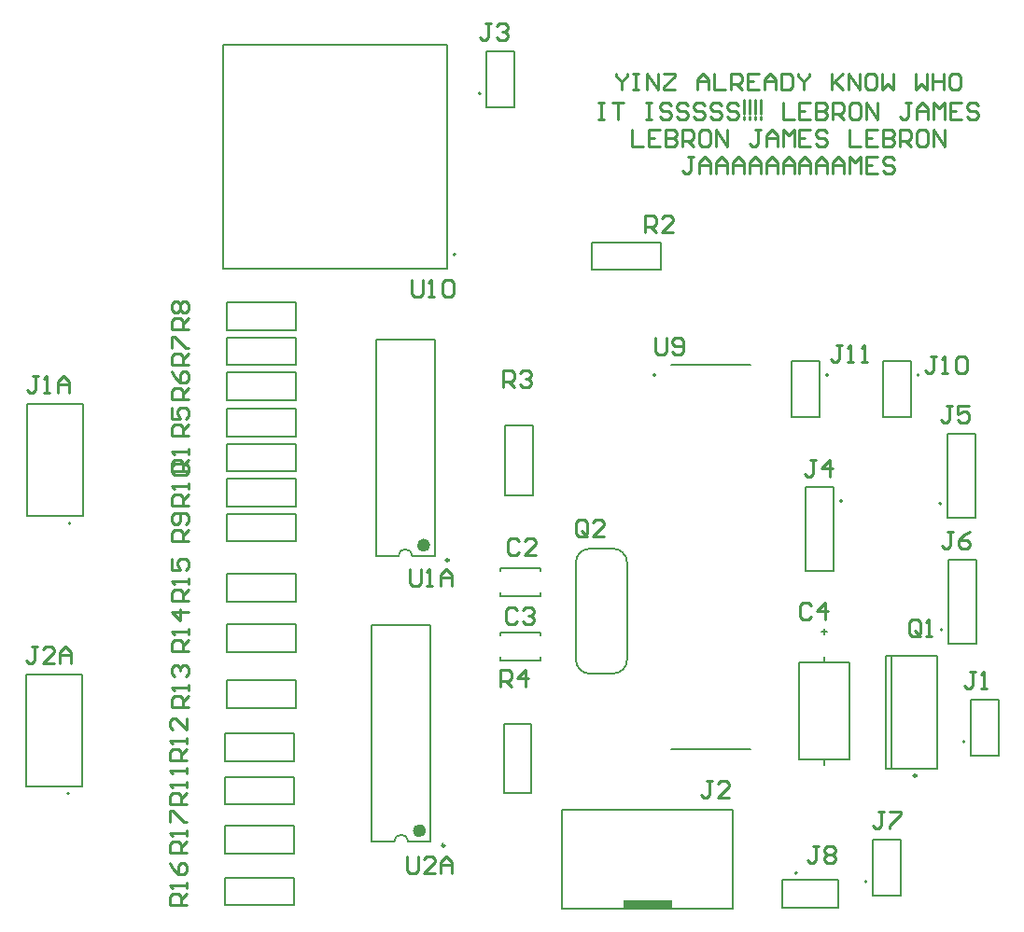
<source format=gto>
G04*
G04 #@! TF.GenerationSoftware,Altium Limited,Altium Designer,25.4.2 (15)*
G04*
G04 Layer_Color=65535*
%FSLAX44Y44*%
%MOMM*%
G71*
G04*
G04 #@! TF.SameCoordinates,34CE3D42-887F-4740-A316-F92B37524FB1*
G04*
G04*
G04 #@! TF.FilePolarity,Positive*
G04*
G01*
G75*
%ADD10C,0.2000*%
%ADD11C,0.2500*%
%ADD12C,0.6000*%
%ADD13C,0.1270*%
%ADD14C,0.2540*%
%ADD15R,4.5000X0.8000*%
D10*
X-94250Y125580D02*
G03*
X-94250Y125580I-1000J0D01*
G01*
X217170Y340920D02*
G03*
X204470Y340920I-6350J0D01*
G01*
X213360Y81840D02*
G03*
X200660Y81840I-6350J0D01*
G01*
X606940Y391160D02*
G03*
X606940Y391160I-1000J0D01*
G01*
X594240Y505460D02*
G03*
X594240Y505460I-1000J0D01*
G01*
X676790D02*
G03*
X676790Y505460I-1000J0D01*
G01*
X698080Y274320D02*
G03*
X698080Y274320I-1000J0D01*
G01*
X696810Y388620D02*
G03*
X696810Y388620I-1000J0D01*
G01*
X256320Y614680D02*
G03*
X256320Y614680I-1000J0D01*
G01*
X278980Y760730D02*
G03*
X278980Y760730I-1000J0D01*
G01*
X566150Y53490D02*
G03*
X566150Y53490I-1000J0D01*
G01*
X629500Y45720D02*
G03*
X629500Y45720I-1000J0D01*
G01*
X718400Y172720D02*
G03*
X718400Y172720I-1000J0D01*
G01*
X-92980Y370690D02*
G03*
X-92980Y370690I-1000J0D01*
G01*
X437680Y505460D02*
G03*
X437680Y505460I-1000J0D01*
G01*
X111510Y418030D02*
Y443030D01*
X48510D02*
X111510D01*
X48510Y418030D02*
Y443030D01*
Y418030D02*
X111510D01*
Y449780D02*
Y474780D01*
X48510D02*
X111510D01*
X48510Y449780D02*
Y474780D01*
Y449780D02*
X111510D01*
Y482800D02*
Y507800D01*
X48510D02*
X111510D01*
X48510Y482800D02*
Y507800D01*
Y482800D02*
X111510D01*
Y514550D02*
Y539550D01*
X48510D02*
X111510D01*
X48510Y514550D02*
Y539550D01*
Y514550D02*
X111510D01*
Y546300D02*
Y571300D01*
X48510D02*
X111510D01*
X48510Y546300D02*
Y571300D01*
Y546300D02*
X111510D01*
Y354530D02*
Y379530D01*
X48510D02*
X111510D01*
X48510Y354530D02*
Y379530D01*
Y354530D02*
X111510D01*
Y386280D02*
Y411280D01*
X48510D02*
X111510D01*
X48510Y386280D02*
Y411280D01*
Y386280D02*
X111510D01*
X110240Y115770D02*
Y140770D01*
X47240D02*
X110240D01*
X47240Y115770D02*
Y140770D01*
Y115770D02*
X110240D01*
Y155140D02*
Y180140D01*
X47240D02*
X110240D01*
X47240Y155140D02*
Y180140D01*
Y155140D02*
X110240D01*
X111510Y203400D02*
Y228400D01*
X48510D02*
X111510D01*
X48510Y203400D02*
Y228400D01*
Y203400D02*
X111510D01*
Y254200D02*
Y279200D01*
X48510D02*
X111510D01*
X48510Y254200D02*
Y279200D01*
Y254200D02*
X111510D01*
Y299920D02*
Y324920D01*
X48510D02*
X111510D01*
X48510Y299920D02*
Y324920D01*
Y299920D02*
X111510D01*
X110240Y24330D02*
Y49330D01*
X47240D02*
X110240D01*
X47240Y24330D02*
Y49330D01*
Y24330D02*
X110240D01*
Y71320D02*
Y96320D01*
X47240D02*
X110240D01*
X47240Y71320D02*
Y96320D01*
Y71320D02*
X110240D01*
X-82550Y132080D02*
Y233680D01*
X-133350Y132080D02*
Y233680D01*
X-82550D01*
X-133350Y132080D02*
X-82550D01*
X237320Y340920D02*
Y537920D01*
X184320Y340920D02*
Y537920D01*
X217170Y340920D02*
X237320D01*
X184320D02*
X204470D01*
X184320Y537920D02*
X237320D01*
X233510Y81840D02*
Y278840D01*
X180510Y81840D02*
Y278840D01*
X213360Y81840D02*
X233510D01*
X180510D02*
X200660D01*
X180510Y278840D02*
X233510D01*
X599440Y327915D02*
Y403605D01*
X574040Y327915D02*
Y403605D01*
Y327915D02*
X599440D01*
X574040Y403605D02*
X599440D01*
X586740Y467360D02*
Y518160D01*
X561340Y467360D02*
Y518160D01*
Y467360D02*
X586740D01*
X561340Y518160D02*
X586740D01*
X669290Y467360D02*
Y518160D01*
X643890Y467360D02*
Y518160D01*
Y467360D02*
X669290D01*
X643890Y518160D02*
X669290D01*
X299920Y125980D02*
X324920D01*
Y188980D01*
X299920D02*
X324920D01*
X299920Y125980D02*
Y188980D01*
X301190Y396490D02*
X326190D01*
Y459490D01*
X301190D02*
X326190D01*
X301190Y396490D02*
Y459490D01*
X379980Y600910D02*
Y625910D01*
Y600910D02*
X442980D01*
Y625910D01*
X379980D02*
X442980D01*
X703580Y261875D02*
Y337565D01*
X728980Y261875D02*
Y337565D01*
X703580D02*
X728980D01*
X703580Y261875D02*
X728980D01*
X702310Y376175D02*
Y451865D01*
X727710Y376175D02*
Y451865D01*
X702310D02*
X727710D01*
X702310Y376175D02*
X727710D01*
X284480Y748030D02*
Y798830D01*
X309880Y748030D02*
Y798830D01*
X284480D02*
X309880D01*
X284480Y748030D02*
X309880D01*
X353130Y21040D02*
Y111040D01*
Y21040D02*
X507930D01*
X353130Y111040D02*
X507930D01*
Y21040D02*
Y111040D01*
X552450Y46990D02*
X603250D01*
X552450Y21590D02*
X603250D01*
Y46990D01*
X552450Y21590D02*
Y46990D01*
X635000Y33020D02*
Y83820D01*
X660400Y33020D02*
Y83820D01*
X635000D02*
X660400D01*
X635000Y33020D02*
X660400D01*
X723900Y160020D02*
Y210820D01*
X749300Y160020D02*
Y210820D01*
X723900D02*
X749300D01*
X723900Y160020D02*
X749300D01*
X651500Y148390D02*
Y250390D01*
X646500Y148390D02*
Y250390D01*
X693500Y148390D02*
Y250390D01*
X646500D02*
X693500D01*
X646500Y148390D02*
X693500D01*
X588050Y272160D02*
X593050D01*
X590550Y269660D02*
Y274660D01*
Y244460D02*
Y249560D01*
Y151760D02*
Y156860D01*
X567700D02*
X613400D01*
Y244460D01*
X567700D02*
X613400D01*
X567700Y156860D02*
Y244460D01*
X-132080Y377190D02*
X-81280D01*
X-132080Y478790D02*
X-81280D01*
X-132080Y377190D02*
Y478790D01*
X-81280Y377190D02*
Y478790D01*
X333160Y305000D02*
Y307750D01*
Y327250D02*
Y330000D01*
X297160D02*
X333160D01*
X297160Y305000D02*
Y307750D01*
Y327250D02*
Y330000D01*
Y305000D02*
X333160D01*
Y246580D02*
Y249330D01*
Y268830D02*
Y271580D01*
X297160D02*
X333160D01*
X297160Y246580D02*
Y249330D01*
Y268830D02*
Y271580D01*
Y246580D02*
X333160D01*
D11*
X250170Y337520D02*
G03*
X250170Y337520I-1250J0D01*
G01*
X246360Y78440D02*
G03*
X246360Y78440I-1250J0D01*
G01*
X674350Y141890D02*
G03*
X674350Y141890I-1250J0D01*
G01*
D12*
X230320Y350920D02*
G03*
X230320Y350920I-3000J0D01*
G01*
X226510Y91840D02*
G03*
X226510Y91840I-3000J0D01*
G01*
D13*
X411920Y335126D02*
G03*
X398744Y347850I-12950J-226D01*
G01*
Y234350D02*
G03*
X411920Y247074I226J12950D01*
G01*
X365320D02*
G03*
X378496Y234350I12950J226D01*
G01*
Y347850D02*
G03*
X365320Y335126I-226J-12950D01*
G01*
X248920Y601980D02*
Y805180D01*
X45720Y601980D02*
X248920D01*
X45720D02*
Y805180D01*
X248920D01*
X451485Y514910D02*
X523875D01*
X451485Y165810D02*
X523875D01*
X378520Y347850D02*
X398720D01*
X411920Y247050D02*
Y335150D01*
X378520Y234350D02*
X398720D01*
X365320Y247050D02*
Y335150D01*
D14*
X401974Y779249D02*
Y776709D01*
X407053Y771631D01*
X412131Y776709D01*
Y779249D01*
X407053Y771631D02*
Y764013D01*
X417209Y779249D02*
X422288D01*
X419749D01*
Y764013D01*
X417209D01*
X422288D01*
X429905D02*
Y779249D01*
X440062Y764013D01*
Y779249D01*
X445140D02*
X455297D01*
Y776709D01*
X445140Y766553D01*
Y764013D01*
X455297D01*
X475611D02*
Y774170D01*
X480689Y779249D01*
X485767Y774170D01*
Y764013D01*
Y771631D01*
X475611D01*
X490846Y779249D02*
Y764013D01*
X501002D01*
X506081D02*
Y779249D01*
X513698D01*
X516237Y776709D01*
Y771631D01*
X513698Y769092D01*
X506081D01*
X511159D02*
X516237Y764013D01*
X531472Y779249D02*
X521316D01*
Y764013D01*
X531472D01*
X521316Y771631D02*
X526394D01*
X536551Y764013D02*
Y774170D01*
X541629Y779249D01*
X546707Y774170D01*
Y764013D01*
Y771631D01*
X536551D01*
X551786Y779249D02*
Y764013D01*
X559403D01*
X561943Y766553D01*
Y776709D01*
X559403Y779249D01*
X551786D01*
X567021D02*
Y776709D01*
X572099Y771631D01*
X577178Y776709D01*
Y779249D01*
X572099Y771631D02*
Y764013D01*
X597491Y779249D02*
Y764013D01*
Y769092D01*
X607648Y779249D01*
X600030Y771631D01*
X607648Y764013D01*
X612726D02*
Y779249D01*
X622883Y764013D01*
Y779249D01*
X635579D02*
X630500D01*
X627961Y776709D01*
Y766553D01*
X630500Y764013D01*
X635579D01*
X638118Y766553D01*
Y776709D01*
X635579Y779249D01*
X643196D02*
Y764013D01*
X648275Y769092D01*
X653353Y764013D01*
Y779249D01*
X673666D02*
Y764013D01*
X678745Y769092D01*
X683823Y764013D01*
Y779249D01*
X688902D02*
Y764013D01*
Y771631D01*
X699058D01*
Y779249D01*
Y764013D01*
X711754Y779249D02*
X706676D01*
X704137Y776709D01*
Y766553D01*
X706676Y764013D01*
X711754D01*
X714293Y766553D01*
Y776709D01*
X711754Y779249D01*
X385470Y752331D02*
X390548D01*
X388009D01*
Y737096D01*
X385470D01*
X390548D01*
X398166Y752331D02*
X408322D01*
X403244D01*
Y737096D01*
X428636Y752331D02*
X433714D01*
X431175D01*
Y737096D01*
X428636D01*
X433714D01*
X451488Y749792D02*
X448949Y752331D01*
X443871D01*
X441332Y749792D01*
Y747253D01*
X443871Y744714D01*
X448949D01*
X451488Y742175D01*
Y739635D01*
X448949Y737096D01*
X443871D01*
X441332Y739635D01*
X466723Y749792D02*
X464184Y752331D01*
X459106D01*
X456567Y749792D01*
Y747253D01*
X459106Y744714D01*
X464184D01*
X466723Y742175D01*
Y739635D01*
X464184Y737096D01*
X459106D01*
X456567Y739635D01*
X481958Y749792D02*
X479419Y752331D01*
X474341D01*
X471802Y749792D01*
Y747253D01*
X474341Y744714D01*
X479419D01*
X481958Y742175D01*
Y739635D01*
X479419Y737096D01*
X474341D01*
X471802Y739635D01*
X497193Y749792D02*
X494654Y752331D01*
X489576D01*
X487037Y749792D01*
Y747253D01*
X489576Y744714D01*
X494654D01*
X497193Y742175D01*
Y739635D01*
X494654Y737096D01*
X489576D01*
X487037Y739635D01*
X512429Y749792D02*
X509889Y752331D01*
X504811D01*
X502272Y749792D01*
Y747253D01*
X504811Y744714D01*
X509889D01*
X512429Y742175D01*
Y739635D01*
X509889Y737096D01*
X504811D01*
X502272Y739635D01*
X517507Y742175D02*
Y754870D01*
Y739635D02*
Y737096D01*
X522585Y742175D02*
Y754870D01*
Y739635D02*
Y737096D01*
X527664Y742175D02*
Y754870D01*
Y739635D02*
Y737096D01*
X532742Y742175D02*
Y754870D01*
Y739635D02*
Y737096D01*
X553055Y752331D02*
Y737096D01*
X563212D01*
X578447Y752331D02*
X568290D01*
Y737096D01*
X578447D01*
X568290Y744714D02*
X573369D01*
X583526Y752331D02*
Y737096D01*
X591143D01*
X593682Y739635D01*
Y742175D01*
X591143Y744714D01*
X583526D01*
X591143D01*
X593682Y747253D01*
Y749792D01*
X591143Y752331D01*
X583526D01*
X598761Y737096D02*
Y752331D01*
X606378D01*
X608917Y749792D01*
Y744714D01*
X606378Y742175D01*
X598761D01*
X603839D02*
X608917Y737096D01*
X621613Y752331D02*
X616535D01*
X613996Y749792D01*
Y739635D01*
X616535Y737096D01*
X621613D01*
X624152Y739635D01*
Y749792D01*
X621613Y752331D01*
X629231Y737096D02*
Y752331D01*
X639388Y737096D01*
Y752331D01*
X669858D02*
X664779D01*
X667318D01*
Y739635D01*
X664779Y737096D01*
X662240D01*
X659701Y739635D01*
X674936Y737096D02*
Y747253D01*
X680014Y752331D01*
X685093Y747253D01*
Y737096D01*
Y744714D01*
X674936D01*
X690171Y737096D02*
Y752331D01*
X695249Y747253D01*
X700328Y752331D01*
Y737096D01*
X715563Y752331D02*
X705406D01*
Y737096D01*
X715563D01*
X705406Y744714D02*
X710484D01*
X730798Y749792D02*
X728259Y752331D01*
X723180D01*
X720641Y749792D01*
Y747253D01*
X723180Y744714D01*
X728259D01*
X730798Y742175D01*
Y739635D01*
X728259Y737096D01*
X723180D01*
X720641Y739635D01*
X415940Y727953D02*
Y712718D01*
X426096D01*
X441332Y727953D02*
X431175D01*
Y712718D01*
X441332D01*
X431175Y720336D02*
X436253D01*
X446410Y727953D02*
Y712718D01*
X454027D01*
X456567Y715257D01*
Y717796D01*
X454027Y720336D01*
X446410D01*
X454027D01*
X456567Y722875D01*
Y725414D01*
X454027Y727953D01*
X446410D01*
X461645Y712718D02*
Y727953D01*
X469263D01*
X471802Y725414D01*
Y720336D01*
X469263Y717796D01*
X461645D01*
X466723D02*
X471802Y712718D01*
X484498Y727953D02*
X479419D01*
X476880Y725414D01*
Y715257D01*
X479419Y712718D01*
X484498D01*
X487037Y715257D01*
Y725414D01*
X484498Y727953D01*
X492115Y712718D02*
Y727953D01*
X502272Y712718D01*
Y727953D01*
X532742D02*
X527664D01*
X530203D01*
Y715257D01*
X527664Y712718D01*
X525125D01*
X522585Y715257D01*
X537820Y712718D02*
Y722875D01*
X542899Y727953D01*
X547977Y722875D01*
Y712718D01*
Y720336D01*
X537820D01*
X553055Y712718D02*
Y727953D01*
X558134Y722875D01*
X563212Y727953D01*
Y712718D01*
X578447Y727953D02*
X568290D01*
Y712718D01*
X578447D01*
X568290Y720336D02*
X573369D01*
X593682Y725414D02*
X591143Y727953D01*
X586065D01*
X583526Y725414D01*
Y722875D01*
X586065Y720336D01*
X591143D01*
X593682Y717796D01*
Y715257D01*
X591143Y712718D01*
X586065D01*
X583526Y715257D01*
X613996Y727953D02*
Y712718D01*
X624152D01*
X639388Y727953D02*
X629231D01*
Y712718D01*
X639388D01*
X629231Y720336D02*
X634309D01*
X644466Y727953D02*
Y712718D01*
X652083D01*
X654623Y715257D01*
Y717796D01*
X652083Y720336D01*
X644466D01*
X652083D01*
X654623Y722875D01*
Y725414D01*
X652083Y727953D01*
X644466D01*
X659701Y712718D02*
Y727953D01*
X667318D01*
X669858Y725414D01*
Y720336D01*
X667318Y717796D01*
X659701D01*
X664779D02*
X669858Y712718D01*
X682553Y727953D02*
X677475D01*
X674936Y725414D01*
Y715257D01*
X677475Y712718D01*
X682553D01*
X685093Y715257D01*
Y725414D01*
X682553Y727953D01*
X690171Y712718D02*
Y727953D01*
X700328Y712718D01*
Y727953D01*
X471802Y703575D02*
X466723D01*
X469263D01*
Y690879D01*
X466723Y688340D01*
X464184D01*
X461645Y690879D01*
X476880Y688340D02*
Y698497D01*
X481958Y703575D01*
X487037Y698497D01*
Y688340D01*
Y695957D01*
X476880D01*
X492115Y688340D02*
Y698497D01*
X497193Y703575D01*
X502272Y698497D01*
Y688340D01*
Y695957D01*
X492115D01*
X507350Y688340D02*
Y698497D01*
X512429Y703575D01*
X517507Y698497D01*
Y688340D01*
Y695957D01*
X507350D01*
X522585Y688340D02*
Y698497D01*
X527664Y703575D01*
X532742Y698497D01*
Y688340D01*
Y695957D01*
X522585D01*
X537820Y688340D02*
Y698497D01*
X542899Y703575D01*
X547977Y698497D01*
Y688340D01*
Y695957D01*
X537820D01*
X553055Y688340D02*
Y698497D01*
X558134Y703575D01*
X563212Y698497D01*
Y688340D01*
Y695957D01*
X553055D01*
X568290Y688340D02*
Y698497D01*
X573369Y703575D01*
X578447Y698497D01*
Y688340D01*
Y695957D01*
X568290D01*
X583526Y688340D02*
Y698497D01*
X588604Y703575D01*
X593682Y698497D01*
Y688340D01*
Y695957D01*
X583526D01*
X598761Y688340D02*
Y698497D01*
X603839Y703575D01*
X608917Y698497D01*
Y688340D01*
Y695957D01*
X598761D01*
X613996Y688340D02*
Y703575D01*
X619074Y698497D01*
X624152Y703575D01*
Y688340D01*
X639388Y703575D02*
X629231D01*
Y688340D01*
X639388D01*
X629231Y695957D02*
X634309D01*
X654623Y701036D02*
X652083Y703575D01*
X647005D01*
X644466Y701036D01*
Y698497D01*
X647005Y695957D01*
X652083D01*
X654623Y693418D01*
Y690879D01*
X652083Y688340D01*
X647005D01*
X644466Y690879D01*
X14097Y418465D02*
X-1138D01*
Y426082D01*
X1401Y428622D01*
X6479D01*
X9019Y426082D01*
Y418465D01*
Y423543D02*
X14097Y428622D01*
Y433700D02*
Y438778D01*
Y436239D01*
X-1138D01*
X1401Y433700D01*
X14097Y450215D02*
X-1138D01*
Y457832D01*
X1401Y460372D01*
X6479D01*
X9019Y457832D01*
Y450215D01*
Y455293D02*
X14097Y460372D01*
X-1138Y475607D02*
Y465450D01*
X6479D01*
X3940Y470528D01*
Y473068D01*
X6479Y475607D01*
X11558D01*
X14097Y473068D01*
Y467989D01*
X11558Y465450D01*
X14097Y483235D02*
X-1138D01*
Y490853D01*
X1401Y493392D01*
X6479D01*
X9019Y490853D01*
Y483235D01*
Y488313D02*
X14097Y493392D01*
X-1138Y508627D02*
X1401Y503548D01*
X6479Y498470D01*
X11558D01*
X14097Y501009D01*
Y506088D01*
X11558Y508627D01*
X9019D01*
X6479Y506088D01*
Y498470D01*
X14097Y514985D02*
X-1138D01*
Y522603D01*
X1401Y525142D01*
X6479D01*
X9019Y522603D01*
Y514985D01*
Y520063D02*
X14097Y525142D01*
X-1138Y530220D02*
Y540377D01*
X1401D01*
X11558Y530220D01*
X14097D01*
Y546735D02*
X-1138D01*
Y554352D01*
X1401Y556892D01*
X6479D01*
X9019Y554352D01*
Y546735D01*
Y551813D02*
X14097Y556892D01*
X1401Y561970D02*
X-1138Y564509D01*
Y569588D01*
X1401Y572127D01*
X3940D01*
X6479Y569588D01*
X9019Y572127D01*
X11558D01*
X14097Y569588D01*
Y564509D01*
X11558Y561970D01*
X9019D01*
X6479Y564509D01*
X3940Y561970D01*
X1401D01*
X6479Y564509D02*
Y569588D01*
X14097Y354965D02*
X-1138D01*
Y362583D01*
X1401Y365122D01*
X6479D01*
X9019Y362583D01*
Y354965D01*
Y360043D02*
X14097Y365122D01*
X11558Y370200D02*
X14097Y372739D01*
Y377818D01*
X11558Y380357D01*
X1401D01*
X-1138Y377818D01*
Y372739D01*
X1401Y370200D01*
X3940D01*
X6479Y372739D01*
Y380357D01*
X14097Y386715D02*
X-1138D01*
Y394333D01*
X1401Y396872D01*
X6479D01*
X9019Y394333D01*
Y386715D01*
Y391793D02*
X14097Y396872D01*
Y401950D02*
Y407028D01*
Y404489D01*
X-1138D01*
X1401Y401950D01*
Y414646D02*
X-1138Y417185D01*
Y422263D01*
X1401Y424803D01*
X11558D01*
X14097Y422263D01*
Y417185D01*
X11558Y414646D01*
X1401D01*
X12827Y116205D02*
X-2408D01*
Y123822D01*
X131Y126362D01*
X5210D01*
X7749Y123822D01*
Y116205D01*
Y121283D02*
X12827Y126362D01*
Y131440D02*
Y136518D01*
Y133979D01*
X-2408D01*
X131Y131440D01*
X12827Y144136D02*
Y149214D01*
Y146675D01*
X-2408D01*
X131Y144136D01*
X12827Y155575D02*
X-2408D01*
Y163193D01*
X131Y165732D01*
X5210D01*
X7749Y163193D01*
Y155575D01*
Y160653D02*
X12827Y165732D01*
Y170810D02*
Y175888D01*
Y173349D01*
X-2408D01*
X131Y170810D01*
X12827Y193663D02*
Y183506D01*
X2670Y193663D01*
X131D01*
X-2408Y191124D01*
Y186045D01*
X131Y183506D01*
X14097Y203835D02*
X-1138D01*
Y211453D01*
X1401Y213992D01*
X6479D01*
X9019Y211453D01*
Y203835D01*
Y208913D02*
X14097Y213992D01*
Y219070D02*
Y224148D01*
Y221609D01*
X-1138D01*
X1401Y219070D01*
Y231766D02*
X-1138Y234305D01*
Y239384D01*
X1401Y241923D01*
X3940D01*
X6479Y239384D01*
Y236844D01*
Y239384D01*
X9019Y241923D01*
X11558D01*
X14097Y239384D01*
Y234305D01*
X11558Y231766D01*
X14097Y254635D02*
X-1138D01*
Y262253D01*
X1401Y264792D01*
X6479D01*
X9019Y262253D01*
Y254635D01*
Y259713D02*
X14097Y264792D01*
Y269870D02*
Y274948D01*
Y272409D01*
X-1138D01*
X1401Y269870D01*
X14097Y290184D02*
X-1138D01*
X6479Y282566D01*
Y292723D01*
X14097Y300355D02*
X-1138D01*
Y307973D01*
X1401Y310512D01*
X6479D01*
X9019Y307973D01*
Y300355D01*
Y305433D02*
X14097Y310512D01*
Y315590D02*
Y320668D01*
Y318129D01*
X-1138D01*
X1401Y315590D01*
X-1138Y338443D02*
Y328286D01*
X6479D01*
X3940Y333364D01*
Y335904D01*
X6479Y338443D01*
X11558D01*
X14097Y335904D01*
Y330825D01*
X11558Y328286D01*
X12827Y24765D02*
X-2408D01*
Y32383D01*
X131Y34922D01*
X5210D01*
X7749Y32383D01*
Y24765D01*
Y29843D02*
X12827Y34922D01*
Y40000D02*
Y45078D01*
Y42539D01*
X-2408D01*
X131Y40000D01*
X-2408Y62853D02*
X131Y57774D01*
X5210Y52696D01*
X10288D01*
X12827Y55235D01*
Y60314D01*
X10288Y62853D01*
X7749D01*
X5210Y60314D01*
Y52696D01*
X12827Y71755D02*
X-2408D01*
Y79373D01*
X131Y81912D01*
X5210D01*
X7749Y79373D01*
Y71755D01*
Y76833D02*
X12827Y81912D01*
Y86990D02*
Y92068D01*
Y89529D01*
X-2408D01*
X131Y86990D01*
X-2408Y99686D02*
Y109843D01*
X131D01*
X10288Y99686D01*
X12827D01*
X-123320Y259202D02*
X-128399D01*
X-125859D01*
Y246506D01*
X-128399Y243967D01*
X-130938D01*
X-133477Y246506D01*
X-108085Y243967D02*
X-118242D01*
X-108085Y254124D01*
Y256663D01*
X-110624Y259202D01*
X-115703D01*
X-118242Y256663D01*
X-103007Y243967D02*
Y254124D01*
X-97928Y259202D01*
X-92850Y254124D01*
Y243967D01*
Y251584D01*
X-103007D01*
X214636Y328927D02*
Y316232D01*
X217175Y313692D01*
X222254D01*
X224793Y316232D01*
Y328927D01*
X229871Y313692D02*
X234950D01*
X232410D01*
Y328927D01*
X229871Y326388D01*
X242567Y313692D02*
Y323849D01*
X247645Y328927D01*
X252724Y323849D01*
Y313692D01*
Y321310D01*
X242567D01*
X212484Y68199D02*
Y55503D01*
X215023Y52964D01*
X220102D01*
X222641Y55503D01*
Y68199D01*
X237876Y52964D02*
X227719D01*
X237876Y63121D01*
Y65660D01*
X235337Y68199D01*
X230258D01*
X227719Y65660D01*
X242954Y52964D02*
Y63121D01*
X248033Y68199D01*
X253111Y63121D01*
Y52964D01*
Y60581D01*
X242954D01*
X582931Y427988D02*
X577853D01*
X580392D01*
Y415292D01*
X577853Y412752D01*
X575313D01*
X572774Y415292D01*
X595627Y412752D02*
Y427988D01*
X588009Y420370D01*
X598166D01*
X607062Y532127D02*
X601984D01*
X604523D01*
Y519432D01*
X601984Y516893D01*
X599445D01*
X596905Y519432D01*
X612140Y516893D02*
X617219D01*
X614680D01*
Y532127D01*
X612140Y529588D01*
X624836Y516893D02*
X629915D01*
X627375D01*
Y532127D01*
X624836Y529588D01*
X692153Y521968D02*
X687075D01*
X689614D01*
Y509272D01*
X687075Y506732D01*
X684535D01*
X681996Y509272D01*
X697231Y506732D02*
X702310D01*
X699770D01*
Y521968D01*
X697231Y519428D01*
X709927D02*
X712466Y521968D01*
X717545D01*
X720084Y519428D01*
Y509272D01*
X717545Y506732D01*
X712466D01*
X709927Y509272D01*
Y519428D01*
X216801Y591693D02*
Y578997D01*
X219340Y576458D01*
X224419D01*
X226958Y578997D01*
Y591693D01*
X232036Y576458D02*
X237115D01*
X234576D01*
Y591693D01*
X232036Y589154D01*
X244732D02*
X247271Y591693D01*
X252350D01*
X254889Y589154D01*
Y578997D01*
X252350Y576458D01*
X247271D01*
X244732Y578997D01*
Y589154D01*
X437261Y539364D02*
Y526668D01*
X439800Y524129D01*
X444879D01*
X447418Y526668D01*
Y539364D01*
X452496Y526668D02*
X455035Y524129D01*
X460114D01*
X462653Y526668D01*
Y536825D01*
X460114Y539364D01*
X455035D01*
X452496Y536825D01*
Y534286D01*
X455035Y531746D01*
X462653D01*
X297184Y222253D02*
Y237488D01*
X304802D01*
X307341Y234948D01*
Y229870D01*
X304802Y227331D01*
X297184D01*
X302262D02*
X307341Y222253D01*
X320037D02*
Y237488D01*
X312419Y229870D01*
X322576D01*
X299724Y494033D02*
Y509268D01*
X307342D01*
X309881Y506728D01*
Y501650D01*
X307342Y499111D01*
X299724D01*
X304802D02*
X309881Y494033D01*
X314959Y506728D02*
X317498Y509268D01*
X322577D01*
X325116Y506728D01*
Y504189D01*
X322577Y501650D01*
X320037D01*
X322577D01*
X325116Y499111D01*
Y496572D01*
X322577Y494033D01*
X317498D01*
X314959Y496572D01*
X427994Y635003D02*
Y650238D01*
X435612D01*
X438151Y647698D01*
Y642620D01*
X435612Y640081D01*
X427994D01*
X433073D02*
X438151Y635003D01*
X453386D02*
X443229D01*
X453386Y645159D01*
Y647698D01*
X450847Y650238D01*
X445768D01*
X443229Y647698D01*
X375282Y361584D02*
Y371741D01*
X372743Y374280D01*
X367664D01*
X365125Y371741D01*
Y361584D01*
X367664Y359045D01*
X372743D01*
X370203Y364123D02*
X375282Y359045D01*
X372743D02*
X375282Y361584D01*
X390517Y359045D02*
X380360D01*
X390517Y369202D01*
Y371741D01*
X387978Y374280D01*
X382899D01*
X380360Y371741D01*
X678180Y270512D02*
Y280668D01*
X675641Y283207D01*
X670563D01*
X668023Y280668D01*
Y270512D01*
X670563Y267973D01*
X675641D01*
X673102Y273051D02*
X678180Y267973D01*
X675641D02*
X678180Y270512D01*
X683258Y267973D02*
X688337D01*
X685798D01*
Y283207D01*
X683258Y280668D01*
X585471Y77467D02*
X580392D01*
X582932D01*
Y64772D01*
X580392Y62232D01*
X577853D01*
X575314Y64772D01*
X590549Y74928D02*
X593088Y77467D01*
X598167D01*
X600706Y74928D01*
Y72389D01*
X598167Y69850D01*
X600706Y67311D01*
Y64772D01*
X598167Y62232D01*
X593088D01*
X590549Y64772D01*
Y67311D01*
X593088Y69850D01*
X590549Y72389D01*
Y74928D01*
X593088Y69850D02*
X598167D01*
X645161Y109218D02*
X640082D01*
X642622D01*
Y96522D01*
X640082Y93982D01*
X637543D01*
X635004Y96522D01*
X650239Y109218D02*
X660396D01*
Y106678D01*
X650239Y96522D01*
Y93982D01*
X707768Y363088D02*
X702689D01*
X705229D01*
Y350392D01*
X702689Y347853D01*
X700150D01*
X697611Y350392D01*
X723003Y363088D02*
X717924Y360549D01*
X712846Y355471D01*
Y350392D01*
X715385Y347853D01*
X720464D01*
X723003Y350392D01*
Y352931D01*
X720464Y355471D01*
X712846D01*
X706498Y477388D02*
X701419D01*
X703959D01*
Y464692D01*
X701419Y462153D01*
X698880D01*
X696341Y464692D01*
X721733Y477388D02*
X711576D01*
Y469771D01*
X716654Y472310D01*
X719194D01*
X721733Y469771D01*
Y464692D01*
X719194Y462153D01*
X714115D01*
X711576Y464692D01*
X288668Y824352D02*
X283589D01*
X286129D01*
Y811656D01*
X283589Y809117D01*
X281050D01*
X278511Y811656D01*
X293746Y821813D02*
X296285Y824352D01*
X301364D01*
X303903Y821813D01*
Y819274D01*
X301364Y816734D01*
X298824D01*
X301364D01*
X303903Y814195D01*
Y811656D01*
X301364Y809117D01*
X296285D01*
X293746Y811656D01*
X488951Y137157D02*
X483872D01*
X486412D01*
Y124462D01*
X483872Y121923D01*
X481333D01*
X478794Y124462D01*
X504186Y121923D02*
X494029D01*
X504186Y132079D01*
Y134618D01*
X501647Y137157D01*
X496568D01*
X494029Y134618D01*
X728088Y236342D02*
X723009D01*
X725548D01*
Y223646D01*
X723009Y221107D01*
X720470D01*
X717931Y223646D01*
X733166Y221107D02*
X738244D01*
X735705D01*
Y236342D01*
X733166Y233803D01*
X-122050Y504312D02*
X-127129D01*
X-124590D01*
Y491616D01*
X-127129Y489077D01*
X-129668D01*
X-132207Y491616D01*
X-116972Y489077D02*
X-111894D01*
X-114433D01*
Y504312D01*
X-116972Y501773D01*
X-104276Y489077D02*
Y499234D01*
X-99198Y504312D01*
X-94119Y499234D01*
Y489077D01*
Y496694D01*
X-104276D01*
X578482Y296033D02*
X575942Y298572D01*
X570864D01*
X568325Y296033D01*
Y285876D01*
X570864Y283337D01*
X575942D01*
X578482Y285876D01*
X591178Y283337D02*
Y298572D01*
X583560Y290954D01*
X593717D01*
X312421Y292098D02*
X309882Y294638D01*
X304803D01*
X302264Y292098D01*
Y281942D01*
X304803Y279403D01*
X309882D01*
X312421Y281942D01*
X317499Y292098D02*
X320038Y294638D01*
X325117D01*
X327656Y292098D01*
Y289559D01*
X325117Y287020D01*
X322578D01*
X325117D01*
X327656Y284481D01*
Y281942D01*
X325117Y279403D01*
X320038D01*
X317499Y281942D01*
X313691Y354328D02*
X311152Y356867D01*
X306073D01*
X303534Y354328D01*
Y344172D01*
X306073Y341632D01*
X311152D01*
X313691Y344172D01*
X328926Y341632D02*
X318769D01*
X328926Y351789D01*
Y354328D01*
X326387Y356867D01*
X321308D01*
X318769Y354328D01*
D15*
X430530Y25040D02*
D03*
M02*

</source>
